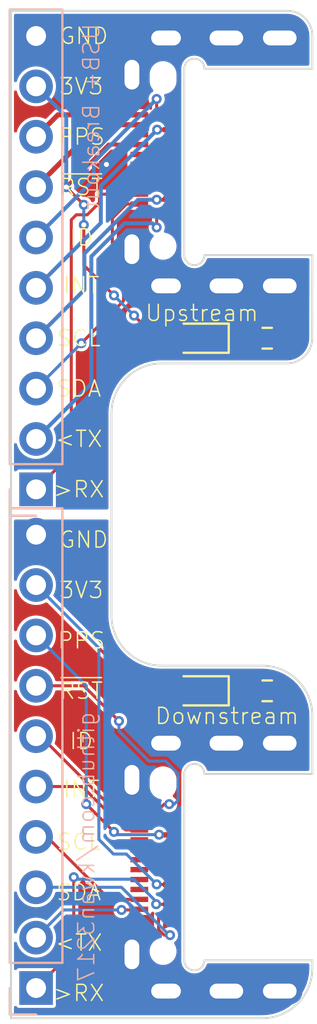
<source format=kicad_pcb>
(kicad_pcb (version 20211014) (generator pcbnew)
  (layers (0 "F.Cu" signal) (31 "B.Cu" signal) (34 "B.Paste" user) (35 "F.Paste" user) (36 "B.SilkS" user "B.Silkscreen") (37 "F.SilkS" user "F.Silkscreen") (38 "B.Mask" user) (39 "F.Mask" user) (44 "Edge.Cuts" user))
  (net 0 "")
  (net 2 "/USB Cable/P_GND")
  (net 5 "/USB Cable/P_INT")
  (net 7 "/USB Cable/P_ID")
  (net 8 "/USB Cable/P_TX_GPS")
  (net 9 "/USB Cable/P_SCL")
  (net 12 "/USB Cable/P_3V3")
  (net 13 "/USB Cable/P_M~{RST}")
  (net 14 "/USB Cable/P_PPS")
  (net 15 "/USB Cable/P_SDA")
  (net 16 "/USB Cable/P_RX_GPS")
  (net 19 "/USB Cable/Q_D-")
  (net 20 "/USB Cable/Q_GND")
  (net 21 "/USB Cable/Q_D+")
  (net 22 "/USB Cable/Q_CC2")
  (net 23 "/USB Cable/Q_M~{RST}")
  (net 24 "/USB Cable/Q_VBUS")
  (net 25 "/USB Cable/Q_PPS")
  (net 26 "/USB Cable/Q_SDA")
  (net 27 "/USB Cable/Q_RX_GPS")
  (net 28 "/USB Cable/Q_3V3")
  (net 30 "/USB Cable/Q_INT")
  (net 31 "/USB Cable/Q_ID")
  (net 32 "/USB Cable/Q_TX_GPS")
  (net 33 "/USB Cable/Q_SCL")
  (net 34 "/USB Cable/Q_CC1")
  (net 35 "Net-(D101-Pad1)")
  (net 36 "Net-(R301-Pad2)")
  (footprint "Resistor_SMD:R_0603_1608Metric" (layer "F.Cu") (at 137.414 92.71 180)
    (fp_text reference "R101" hide)
    (fp_text value "1.5k" hide)
    (fp_line (start -0.237258 -0.5225) (end 0.237258 -0.5225) (layer "F.SilkS") (width 0.12))
    (fp_line (start -0.237258 0.5225) (end 0.237258 0.5225) (layer "F.SilkS") (width 0.12))
    (pad "1" smd roundrect (at -0.825 0 180) (size 0.8 0.95) (layers "F.Cu" "F.Paste" "F.Mask") (net 2 "/USB Cable/P_GND"))
    (pad "2" smd roundrect (at 0.825 0 180) (size 0.8 0.95) (layers "F.Cu" "F.Paste" "F.Mask") (net 35 "Net-(D101-Pad1)"))
  )
  (footprint "KwanSystems:USB_C_Amphenol_MidMount" (layer "F.Cu") (at 139.7 119.38 90)
    (fp_text reference "J202" hide)
    (fp_text value "USB_C_Receptacle" hide)
    (pad "" np_thru_hole circle (at -4.25 -7.55 90) (size 0.85 0.85) (drill 0.85) (layers F&B.Cu *.Mask))
    (pad "" np_thru_hole oval (at 4.25 -7.55 90) (size 1.15 0.85) (drill oval 1.15 0.85) (layers F&B.Cu *.Mask))
    (pad "A1" smd rect (at -2.625 -8.75 90) (size 0.27 0.9) (layers "F.Cu" "F.Paste" "F.Mask") (net 20 "/USB Cable/Q_GND"))
    (pad "A2" smd rect (at -2.125 -8.75 90) (size 0.27 0.9) (layers "F.Cu" "F.Paste" "F.Mask") (net 32 "/USB Cable/Q_TX_GPS"))
    (pad "A3" smd rect (at -1.625 -8.75 90) (size 0.27 0.9) (layers "F.Cu" "F.Paste" "F.Mask") (net 33 "/USB Cable/Q_SCL"))
    (pad "A4" smd rect (at -1.125 -8.75 90) (size 0.27 0.9) (layers "F.Cu" "F.Paste" "F.Mask") (net 24 "/USB Cable/Q_VBUS"))
    (pad "A5" smd rect (at -0.625 -8.75 90) (size 0.27 0.9) (layers "F.Cu" "F.Paste" "F.Mask") (net 34 "/USB Cable/Q_CC1"))
    (pad "A6" smd rect (at -0.125 -8.75 90) (size 0.27 0.9) (layers "F.Cu" "F.Paste" "F.Mask") (net 21 "/USB Cable/Q_D+"))
    (pad "A7" smd rect (at 0.375 -8.75 90) (size 0.27 0.9) (layers "F.Cu" "F.Paste" "F.Mask") (net 19 "/USB Cable/Q_D-"))
    (pad "A8" smd rect (at 0.875 -8.75 90) (size 0.27 0.9) (layers "F.Cu" "F.Paste" "F.Mask"))
    (pad "A9" smd rect (at 1.375 -8.75 90) (size 0.27 0.9) (layers "F.Cu" "F.Paste" "F.Mask") (net 24 "/USB Cable/Q_VBUS"))
    (pad "A10" smd rect (at 1.875 -8.75 90) (size 0.27 0.9) (layers "F.Cu" "F.Paste" "F.Mask") (net 30 "/USB Cable/Q_INT"))
    (pad "A11" smd rect (at 2.375 -8.75 90) (size 0.27 0.9) (layers "F.Cu" "F.Paste" "F.Mask") (net 31 "/USB Cable/Q_ID"))
    (pad "A12" smd rect (at 2.875 -8.75 90) (size 0.27 0.9) (layers "F.Cu" "F.Paste" "F.Mask") (net 20 "/USB Cable/Q_GND"))
    (pad "B1" smd rect (at 2.625 -7.15 90) (size 0.27 0.8) (layers "F.Cu" "F.Paste" "F.Mask") (net 20 "/USB Cable/Q_GND"))
    (pad "B2" smd rect (at 2.125 -7.15 90) (size 0.27 0.8) (layers "F.Cu" "F.Paste" "F.Mask") (net 25 "/USB Cable/Q_PPS"))
    (pad "B3" smd rect (at 1.625 -7.15 90) (size 0.27 0.8) (layers "F.Cu" "F.Paste" "F.Mask") (net 23 "/USB Cable/Q_M~{RST}"))
    (pad "B4" smd rect (at 1.125 -7.15 90) (size 0.27 0.8) (layers "F.Cu" "F.Paste" "F.Mask") (net 24 "/USB Cable/Q_VBUS"))
    (pad "B5" smd rect (at 0.625 -7.15 90) (size 0.27 0.8) (layers "F.Cu" "F.Paste" "F.Mask") (net 22 "/USB Cable/Q_CC2"))
    (pad "B6" smd rect (at 0.125 -7.15 90) (size 0.27 0.8) (layers "F.Cu" "F.Paste" "F.Mask") (net 21 "/USB Cable/Q_D+"))
    (pad "B7" smd rect (at -0.375 -7.15 90) (size 0.27 0.8) (layers "F.Cu" "F.Paste" "F.Mask") (net 19 "/USB Cable/Q_D-"))
    (pad "B8" smd rect (at -0.875 -7.15 90) (size 0.27 0.8) (layers "F.Cu" "F.Paste" "F.Mask") (net 28 "/USB Cable/Q_3V3"))
    (pad "B9" smd rect (at -1.375 -7.15 90) (size 0.27 0.8) (layers "F.Cu" "F.Paste" "F.Mask") (net 24 "/USB Cable/Q_VBUS"))
    (pad "B10" smd rect (at -1.875 -7.15 90) (size 0.27 0.8) (layers "F.Cu" "F.Paste" "F.Mask") (net 27 "/USB Cable/Q_RX_GPS"))
    (pad "B11" smd rect (at -2.375 -7.15 90) (size 0.27 0.8) (layers "F.Cu" "F.Paste" "F.Mask") (net 26 "/USB Cable/Q_SDA"))
    (pad "B12" smd rect (at -2.875 -7.15 90) (size 0.27 0.8) (layers "F.Cu" "F.Paste" "F.Mask") (net 20 "/USB Cable/Q_GND"))
    (pad "S1" thru_hole oval (at -6.25 -7.4 90) (size 1.35 2.1) (drill oval 0.75 1.5) (layers *.Cu *.Mask "F.Paste") (net 20 "/USB Cable/Q_GND"))
    (pad "S1" thru_hole oval (at 6.25 -4.35 90) (size 1.35 2.3) (drill oval 0.75 1.7) (layers *.Cu *.Mask "F.Paste") (net 20 "/USB Cable/Q_GND"))
    (pad "S1" thru_hole oval (at 6.25 -1.65 90) (size 1.35 2.3) (drill oval 0.75 1.7) (layers *.Cu *.Mask "F.Paste") (net 20 "/USB Cable/Q_GND"))
    (pad "S1" thru_hole oval (at -6.25 -4.35 90) (size 1.35 2.3) (drill oval 0.75 1.7) (layers *.Cu *.Mask "F.Paste") (net 20 "/USB Cable/Q_GND"))
    (pad "S1" thru_hole oval (at 4.4 -9.125 90) (size 2.1 1.35) (drill oval 1.5 0.75) (layers *.Cu *.Mask "F.Paste") (net 20 "/USB Cable/Q_GND"))
    (pad "S1" thru_hole oval (at -4.4 -9.125 90) (size 2.1 1.35) (drill oval 1.5 0.75) (layers *.Cu *.Mask "F.Paste") (net 20 "/USB Cable/Q_GND"))
    (pad "S1" thru_hole oval (at -6.25 -1.65 90) (size 1.35 2.3) (drill oval 0.75 1.7) (layers *.Cu *.Mask "F.Paste") (net 20 "/USB Cable/Q_GND"))
    (pad "S1" thru_hole oval (at 6.25 -7.4 90) (size 1.35 2.1) (drill oval 0.75 1.5) (layers *.Cu *.Mask "F.Paste") (net 20 "/USB Cable/Q_GND"))
  )
  (footprint "Resistor_SMD:R_0603_1608Metric" (layer "F.Cu") (at 137.414 110.49 180)
    (fp_text reference "R301" hide)
    (fp_text value "1.5k" hide)
    (fp_line (start -0.237258 -0.5225) (end 0.237258 -0.5225) (layer "F.SilkS") (width 0.12))
    (fp_line (start -0.237258 0.5225) (end 0.237258 0.5225) (layer "F.SilkS") (width 0.12))
    (pad "1" smd roundrect (at -0.825 0 180) (size 0.8 0.95) (layers "F.Cu" "F.Paste" "F.Mask") (net 20 "/USB Cable/Q_GND"))
    (pad "2" smd roundrect (at 0.825 0 180) (size 0.8 0.95) (layers "F.Cu" "F.Paste" "F.Mask") (net 36 "Net-(R301-Pad2)"))
  )
  (footprint "LED_SMD:LED_0603_1608Metric" (layer "F.Cu") (at 133.985 110.49 180)
    (fp_text reference "D301" hide)
    (fp_text value "RED" hide)
    (fp_line (start 0.8 -0.735) (end -1.485 -0.735) (layer "F.SilkS") (width 0.12))
    (fp_line (start -1.485 0.735) (end 0.8 0.735) (layer "F.SilkS") (width 0.12))
    (fp_line (start -1.485 -0.735) (end -1.485 0.735) (layer "F.SilkS") (width 0.12))
    (pad "1" smd roundrect (at -0.7875 0 180) (size 0.875 0.95) (layers "F.Cu" "F.Paste" "F.Mask") (net 36 "Net-(R301-Pad2)"))
    (pad "2" smd roundrect (at 0.7875 0 180) (size 0.875 0.95) (layers "F.Cu" "F.Paste" "F.Mask") (net 28 "/USB Cable/Q_3V3"))
  )
  (footprint "LED_SMD:LED_0603_1608Metric" (layer "F.Cu") (at 133.985 92.71 180)
    (fp_text reference "D101" hide)
    (fp_text value "RED" hide)
    (fp_line (start 0.8 -0.735) (end -1.485 -0.735) (layer "F.SilkS") (width 0.12))
    (fp_line (start -1.485 -0.735) (end -1.485 0.735) (layer "F.SilkS") (width 0.12))
    (fp_line (start -1.485 0.735) (end 0.8 0.735) (layer "F.SilkS") (width 0.12))
    (pad "1" smd roundrect (at -0.7875 0 180) (size 0.875 0.95) (layers "F.Cu" "F.Paste" "F.Mask") (net 35 "Net-(D101-Pad1)"))
    (pad "2" smd roundrect (at 0.7875 0 180) (size 0.875 0.95) (layers "F.Cu" "F.Paste" "F.Mask") (net 12 "/USB Cable/P_3V3"))
  )
  (footprint "KwanSystems:USB_C_Amphenol_MidMount" (layer "F.Cu") (at 139.7 83.82 90)
    (fp_text reference "J201" hide)
    (fp_text value "USB_C_Receptacle" hide)
    (pad "" np_thru_hole circle (at -4.25 -7.55 90) (size 0.85 0.85) (drill 0.85) (layers F&B.Cu *.Mask))
    (pad "" np_thru_hole oval (at 4.25 -7.55 90) (size 1.15 0.85) (drill oval 1.15 0.85) (layers F&B.Cu *.Mask))
    (pad "A1" smd rect (at -2.625 -8.75 90) (size 0.27 0.9) (layers "F.Cu" "F.Paste" "F.Mask") (net 2 "/USB Cable/P_GND"))
    (pad "A2" smd rect (at -2.125 -8.75 90) (size 0.27 0.9) (layers "F.Cu" "F.Paste" "F.Mask") (net 15 "/USB Cable/P_SDA"))
    (pad "A3" smd rect (at -1.625 -8.75 90) (size 0.27 0.9) (layers "F.Cu" "F.Paste" "F.Mask") (net 16 "/USB Cable/P_RX_GPS"))
    (pad "A4" smd rect (at -1.125 -8.75 90) (size 0.27 0.9) (layers "F.Cu" "F.Paste" "F.Mask"))
    (pad "A5" smd rect (at -0.625 -8.75 90) (size 0.27 0.9) (layers "F.Cu" "F.Paste" "F.Mask"))
    (pad "A6" smd rect (at -0.125 -8.75 90) (size 0.27 0.9) (layers "F.Cu" "F.Paste" "F.Mask"))
    (pad "A7" smd rect (at 0.375 -8.75 90) (size 0.27 0.9) (layers "F.Cu" "F.Paste" "F.Mask"))
    (pad "A8" smd rect (at 0.875 -8.75 90) (size 0.27 0.9) (layers "F.Cu" "F.Paste" "F.Mask") (net 12 "/USB Cable/P_3V3"))
    (pad "A9" smd rect (at 1.375 -8.75 90) (size 0.27 0.9) (layers "F.Cu" "F.Paste" "F.Mask"))
    (pad "A10" smd rect (at 1.875 -8.75 90) (size 0.27 0.9) (layers "F.Cu" "F.Paste" "F.Mask") (net 13 "/USB Cable/P_M~{RST}"))
    (pad "A11" smd rect (at 2.375 -8.75 90) (size 0.27 0.9) (layers "F.Cu" "F.Paste" "F.Mask") (net 14 "/USB Cable/P_PPS"))
    (pad "A12" smd rect (at 2.875 -8.75 90) (size 0.27 0.9) (layers "F.Cu" "F.Paste" "F.Mask") (net 2 "/USB Cable/P_GND"))
    (pad "B1" smd rect (at 2.625 -7.15 90) (size 0.27 0.8) (layers "F.Cu" "F.Paste" "F.Mask") (net 2 "/USB Cable/P_GND"))
    (pad "B2" smd rect (at 2.125 -7.15 90) (size 0.27 0.8) (layers "F.Cu" "F.Paste" "F.Mask") (net 7 "/USB Cable/P_ID"))
    (pad "B3" smd rect (at 1.625 -7.15 90) (size 0.27 0.8) (layers "F.Cu" "F.Paste" "F.Mask") (net 5 "/USB Cable/P_INT"))
    (pad "B4" smd rect (at 1.125 -7.15 90) (size 0.27 0.8) (layers "F.Cu" "F.Paste" "F.Mask"))
    (pad "B5" smd rect (at 0.625 -7.15 90) (size 0.27 0.8) (layers "F.Cu" "F.Paste" "F.Mask"))
    (pad "B6" smd rect (at 0.125 -7.15 90) (size 0.27 0.8) (layers "F.Cu" "F.Paste" "F.Mask"))
    (pad "B7" smd rect (at -0.375 -7.15 90) (size 0.27 0.8) (layers "F.Cu" "F.Paste" "F.Mask"))
    (pad "B8" smd rect (at -0.875 -7.15 90) (size 0.27 0.8) (layers "F.Cu" "F.Paste" "F.Mask"))
    (pad "B9" smd rect (at -1.375 -7.15 90) (size 0.27 0.8) (layers "F.Cu" "F.Paste" "F.Mask"))
    (pad "B10" smd rect (at -1.875 -7.15 90) (size 0.27 0.8) (layers "F.Cu" "F.Paste" "F.Mask") (net 9 "/USB Cable/P_SCL"))
    (pad "B11" smd rect (at -2.375 -7.15 90) (size 0.27 0.8) (layers "F.Cu" "F.Paste" "F.Mask") (net 8 "/USB Cable/P_TX_GPS"))
    (pad "B12" smd rect (at -2.875 -7.15 90) (size 0.27 0.8) (layers "F.Cu" "F.Paste" "F.Mask") (net 2 "/USB Cable/P_GND"))
    (pad "S1" thru_hole oval (at -6.25 -7.4 90) (size 1.35 2.1) (drill oval 0.75 1.5) (layers *.Cu *.Mask "F.Paste") (net 2 "/USB Cable/P_GND"))
    (pad "S1" thru_hole oval (at 6.25 -1.65 90) (size 1.35 2.3) (drill oval 0.75 1.7) (layers *.Cu *.Mask "F.Paste") (net 2 "/USB Cable/P_GND"))
    (pad "S1" thru_hole oval (at -6.25 -4.35 90) (size 1.35 2.3) (drill oval 0.75 1.7) (layers *.Cu *.Mask "F.Paste") (net 2 "/USB Cable/P_GND"))
    (pad "S1" thru_hole oval (at -6.25 -1.65 90) (size 1.35 2.3) (drill oval 0.75 1.7) (layers *.Cu *.Mask "F.Paste") (net 2 "/USB Cable/P_GND"))
    (pad "S1" thru_hole oval (at -4.4 -9.125 90) (size 2.1 1.35) (drill oval 1.5 0.75) (layers *.Cu *.Mask "F.Paste") (net 2 "/USB Cable/P_GND"))
    (pad "S1" thru_hole oval (at 6.25 -4.35 90) (size 1.35 2.3) (drill oval 0.75 1.7) (layers *.Cu *.Mask "F.Paste") (net 2 "/USB Cable/P_GND"))
    (pad "S1" thru_hole oval (at 6.25 -7.4 90) (size 1.35 2.1) (drill oval 0.75 1.5) (layers *.Cu *.Mask "F.Paste") (net 2 "/USB Cable/P_GND"))
    (pad "S1" thru_hole oval (at 4.4 -9.125 90) (size 2.1 1.35) (drill oval 1.5 0.75) (layers *.Cu *.Mask "F.Paste") (net 2 "/USB Cable/P_GND"))
  )
  (footprint "Connector_PinHeader_2.54mm:PinHeader_1x10_P2.54mm_Vertical" (layer "B.Cu") (at 125.73 125.476)
    (fp_text reference "J301" hide)
    (fp_text value "Conn_01x10" hide)
    (fp_line (start -1.33 0) (end -1.33 1.33) (layer "B.SilkS") (width 0.12))
    (fp_line (start -1.33 -24.19) (end 1.33 -24.19) (layer "B.SilkS") (width 0.12))
    (fp_line (start 1.33 -1.27) (end 1.33 -24.19) (layer "B.SilkS") (width 0.12))
    (fp_line (start -1.33 -1.27) (end 1.33 -1.27) (layer "B.SilkS") (width 0.12))
    (fp_line (start -1.33 -1.27) (end -1.33 -24.19) (layer "B.SilkS") (width 0.12))
    (fp_line (start -1.33 1.33) (end 0 1.33) (layer "B.SilkS") (width 0.12))
    (pad "1" thru_hole rect (at 0 0) (size 1.7 1.7) (drill 1) (layers *.Cu *.Mask) (net 27 "/USB Cable/Q_RX_GPS"))
    (pad "2" thru_hole oval (at 0 -2.54) (size 1.7 1.7) (drill 1) (layers *.Cu *.Mask) (net 32 "/USB Cable/Q_TX_GPS"))
    (pad "3" thru_hole oval (at 0 -5.08) (size 1.7 1.7) (drill 1) (layers *.Cu *.Mask) (net 26 "/USB Cable/Q_SDA"))
    (pad "4" thru_hole oval (at 0 -7.62) (size 1.7 1.7) (drill 1) (layers *.Cu *.Mask) (net 33 "/USB Cable/Q_SCL"))
    (pad "5" thru_hole oval (at 0 -10.16) (size 1.7 1.7) (drill 1) (layers *.Cu *.Mask) (net 30 "/USB Cable/Q_INT"))
    (pad "6" thru_hole oval (at 0 -12.7) (size 1.7 1.7) (drill 1) (layers *.Cu *.Mask) (net 31 "/USB Cable/Q_ID"))
    (pad "7" thru_hole oval (at 0 -15.24) (size 1.7 1.7) (drill 1) (layers *.Cu *.Mask) (net 25 "/USB Cable/Q_PPS"))
    (pad "8" thru_hole oval (at 0 -17.78) (size 1.7 1.7) (drill 1) (layers *.Cu *.Mask) (net 23 "/USB Cable/Q_M~{RST}"))
    (pad "9" thru_hole oval (at 0 -20.32) (size 1.7 1.7) (drill 1) (layers *.Cu *.Mask) (net 28 "/USB Cable/Q_3V3"))
    (pad "10" thru_hole oval (at 0 -22.86) (size 1.7 1.7) (drill 1) (layers *.Cu *.Mask) (net 20 "/USB Cable/Q_GND"))
  )
  (footprint "Connector_PinHeader_2.54mm:PinHeader_1x10_P2.54mm_Vertical" (layer "B.Cu") (at 125.73 100.33)
    (fp_text reference "J101" hide)
    (fp_text value "Conn_01x10" hide)
    (fp_line (start -1.33 -1.27) (end 1.33 -1.27) (layer "B.SilkS") (width 0.12))
    (fp_line (start -1.33 0) (end -1.33 1.33) (layer "B.SilkS") (width 0.12))
    (fp_line (start -1.33 1.33) (end 0 1.33) (layer "B.SilkS") (width 0.12))
    (fp_line (start -1.33 -1.27) (end -1.33 -24.19) (layer "B.SilkS") (width 0.12))
    (fp_line (start 1.33 -1.27) (end 1.33 -24.19) (layer "B.SilkS") (width 0.12))
    (fp_line (start -1.33 -24.19) (end 1.33 -24.19) (layer "B.SilkS") (width 0.12))
    (pad "1" thru_hole rect (at 0 0) (size 1.7 1.7) (drill 1) (layers *.Cu *.Mask) (net 16 "/USB Cable/P_RX_GPS"))
    (pad "2" thru_hole oval (at 0 -2.54) (size 1.7 1.7) (drill 1) (layers *.Cu *.Mask) (net 8 "/USB Cable/P_TX_GPS"))
    (pad "3" thru_hole oval (at 0 -5.08) (size 1.7 1.7) (drill 1) (layers *.Cu *.Mask) (net 15 "/USB Cable/P_SDA"))
    (pad "4" thru_hole oval (at 0 -7.62) (size 1.7 1.7) (drill 1) (layers *.Cu *.Mask) (net 9 "/USB Cable/P_SCL"))
    (pad "5" thru_hole oval (at 0 -10.16) (size 1.7 1.7) (drill 1) (layers *.Cu *.Mask) (net 5 "/USB Cable/P_INT"))
    (pad "6" thru_hole oval (at 0 -12.7) (size 1.7 1.7) (drill 1) (layers *.Cu *.Mask) (net 7 "/USB Cable/P_ID"))
    (pad "7" thru_hole oval (at 0 -15.24) (size 1.7 1.7) (drill 1) (layers *.Cu *.Mask) (net 13 "/USB Cable/P_M~{RST}"))
    (pad "8" thru_hole oval (at 0 -17.78) (size 1.7 1.7) (drill 1) (layers *.Cu *.Mask) (net 14 "/USB Cable/P_PPS"))
    (pad "9" thru_hole oval (at 0 -20.32) (size 1.7 1.7) (drill 1) (layers *.Cu *.Mask) (net 12 "/USB Cable/P_3V3"))
    (pad "10" thru_hole oval (at 0 -22.86) (size 1.7 1.7) (drill 1) (layers *.Cu *.Mask) (net 2 "/USB Cable/P_GND"))
  )
  (gr_line (start 139.7 111.76) (end 139.7 114.681) (layer "Edge.Cuts") (width 0.1))
  (gr_line (start 139.7 114.681) (end 134.239 114.681) (layer "Edge.Cuts") (width 0.1))
  (gr_line (start 133.223 114.681) (end 133.223 124.079) (layer "Edge.Cuts") (width 0.1))
  (gr_line (start 139.7 88.9) (end 139.690974 92.700974) (layer "Edge.Cuts") (width 0.1))
  (gr_line (start 137.16 109.22) (end 132.08 109.22) (layer "Edge.Cuts") (width 0.1))
  (gr_line (start 124.46 127) (end 124.46 76.2) (layer "Edge.Cuts") (width 0.1))
  (gr_line (start 139.7 79.121) (end 134.239 79.121) (layer "Edge.Cuts") (width 0.1))
  (gr_line (start 137.16 76.2) (end 138.43 76.2) (layer "Edge.Cuts") (width 0.1))
  (gr_arc (start 138.43 76.2) (mid 139.328026 76.571974) (end 139.7 77.47) (layer "Edge.Cuts") (width 0.1))
  (gr_arc (start 137.16 109.22) (mid 138.956051 109.963949) (end 139.7 111.76) (layer "Edge.Cuts") (width 0.1))
  (gr_arc (start 134.239 88.519) (mid 133.731 89.027) (end 133.223 88.519) (layer "Edge.Cuts") (width 0.1))
  (gr_line (start 134.239 88.519) (end 139.7 88.519) (layer "Edge.Cuts") (width 0.1))
  (gr_line (start 139.7 124.079) (end 139.7 124.46) (layer "Edge.Cuts") (width 0.1))
  (gr_line (start 134.239 124.079) (end 139.7 124.079) (layer "Edge.Cuts") (width 0.1))
  (gr_arc (start 139.7 124.46) (mid 138.956051 126.256051) (end 137.16 127) (layer "Edge.Cuts") (width 0.1))
  (gr_arc (start 139.690974 92.700974) (mid 139.322722 93.599021) (end 138.43 93.98) (layer "Edge.Cuts") (width 0.1))
  (gr_arc (start 134.239 124.079) (mid 133.731 124.587) (end 133.223 124.079) (layer "Edge.Cuts") (width 0.1))
  (gr_line (start 139.7 77.47) (end 139.7 78.74) (layer "Edge.Cuts") (width 0.1))
  (gr_line (start 137.16 127) (end 124.46 127) (layer "Edge.Cuts") (width 0.1))
  (gr_arc (start 133.223 114.681) (mid 133.731 114.173) (end 134.239 114.681) (layer "Edge.Cuts") (width 0.1))
  (gr_arc (start 133.223 79.121) (mid 133.731 78.613) (end 134.239 79.121) (layer "Edge.Cuts") (width 0.1))
  (gr_line (start 124.46 76.2) (end 137.16 76.2) (layer "Edge.Cuts") (width 0.1))
  (gr_line (start 129.540065 106.66182) (end 129.54 96.52) (layer "Edge.Cuts") (width 0.1))
  (gr_line (start 138.43 93.98) (end 137.16 93.98) (layer "Edge.Cuts") (width 0.1))
  (gr_arc (start 132.08 109.22) (mid 130.277533 108.469612) (end 129.540065 106.66182) (layer "Edge.Cuts") (width 0.1))
  (gr_arc (start 129.54 96.52) (mid 130.283949 94.723949) (end 132.08 93.98) (layer "Edge.Cuts") (width 0.1))
  (gr_line (start 132.08 93.98) (end 137.16 93.98) (layer "Edge.Cuts") (width 0.1))
  (gr_line (start 139.7 78.74) (end 139.7 79.121) (layer "Edge.Cuts") (width 0.1))
  (gr_line (start 139.7 88.519) (end 139.7 88.9) (layer "Edge.Cuts") (width 0.1))
  (gr_line (start 133.223 79.121) (end 133.223 88.519) (layer "Edge.Cuts") (width 0.1))
  (gr_text "github.com/kwan3217" (at 128.27 118.364 90) (layer "B.SilkS") (effects (font (size 0.8128 0.8128) (thickness 0.0762)) (justify mirror)))
  (gr_text "USB+ Breakout" (at 128.524 81.534 90) (layer "B.SilkS") (effects (font (size 0.8128 0.8128) (thickness 0.0762)) (justify mirror)))
  (gr_text "INT" (at 128.016 90.043) (layer "F.SilkS") (effects (font (size 0.8128 0.8128) (thickness 0.0762))))
  (gr_text "SCL" (at 127.889 92.71) (layer "F.SilkS") (effects (font (size 0.8128 0.8128) (thickness 0.0762))))
  (gr_text "PPS" (at 128.016 82.55) (layer "F.SilkS") (effects (font (size 0.8128 0.8128) (thickness 0.0762))))
  (gr_text "GND" (at 128.143 102.87) (layer "F.SilkS") (effects (font (size 0.8128 0.8128) (thickness 0.0762))))
  (gr_text ">RX" (at 127.889 125.73) (layer "F.SilkS") (effects (font (size 0.8128 0.8128) (thickness 0.0762))))
  (gr_text "SCL" (at 127.889 118.11) (layer "F.SilkS") (effects (font (size 0.8128 0.8128) (thickness 0.0762))))
  (gr_text "GND" (at 128.143 77.47) (layer "F.SilkS") (effects (font (size 0.8128 0.8128) (thickness 0.0762))))
  (gr_text "<TX" (at 127.889 123.19) (layer "F.SilkS") (effects (font (size 0.8128 0.8128) (thickness 0.0762))))
  (gr_text "SDA" (at 127.889 120.65) (layer "F.SilkS") (effects (font (size 0.8128 0.8128) (thickness 0.0762))))
  (gr_text ">RX" (at 127.889 100.33) (layer "F.SilkS") (effects (font (size 0.8128 0.8128) (thickness 0.0762))))
  (gr_text "~{RST}" (at 128.016 85.09) (layer "F.SilkS") (effects (font (size 0.8128 0.8128) (thickness 0.0762))))
  (gr_text "Downstream" (at 135.382 111.76) (layer "F.SilkS") (effects (font (size 0.8128 0.8128) (thickness 0.0762))))
  (gr_text "SDA" (at 127.889 95.25) (layer "F.SilkS") (effects (font (size 0.8128 0.8128) (thickness 0.0762))))
  (gr_text "<TX" (at 127.889 97.79) (layer "F.SilkS") (effects (font (size 0.8128 0.8128) (thickness 0.0762))))
  (gr_text "INT" (at 128.016 115.443) (layer "F.SilkS") (effects (font (size 0.8128 0.8128) (thickness 0.0762))))
  (gr_text "3V3" (at 128.016 105.41) (layer "F.SilkS") (effects (font (size 0.8128 0.8128) (thickness 0.0762))))
  (gr_text "~{RST}" (at 128.016 110.49) (layer "F.SilkS") (effects (font (size 0.8128 0.8128) (thickness 0.0762))))
  (gr_text "Upstream" (at 134.112 91.44) (layer "F.SilkS") (effects (font (size 0.8128 0.8128) (thickness 0.0762))))
  (gr_text "ID" (at 128.016 87.63) (layer "F.SilkS") (effects (font (size 0.8128 0.8128) (thickness 0.0762))))
  (gr_text "ID" (at 128.016 113.03) (layer "F.SilkS") (effects (font (size 0.8128 0.8128) (thickness 0.0762))))
  (gr_text "PPS" (at 128.016 107.95) (layer "F.SilkS") (effects (font (size 0.8128 0.8128) (thickness 0.0762))))
  (gr_text "3V3" (at 128.016 80.01) (layer "F.SilkS") (effects (font (size 0.8128 0.8128) (thickness 0.0762))))
  (via (at 129.286 83.947) (size 0.508) (drill 0.254) (layers "F.Cu" "B.Cu") (net 2))
  (segment (start 131.8514 82.1944) (end 132.5494 82.1944) (width 0.2) (layer "F.Cu") (net 5))
  (segment (start 132.5494 82.1944) (end 132.55 82.195) (width 0.2) (layer "F.Cu") (net 5))
  (via (at 131.8514 82.1944) (size 0.508) (drill 0.254) (layers "F.Cu" "B.Cu") (net 5))
  (segment (start 125.73 90.17) (end 129.00292 86.89708) (width 0.2) (layer "B.Cu") (net 5))
  (segment (start 129.00292 86.89708) (end 129.00292 85.04288) (width 0.2) (layer "B.Cu") (net 5))
  (segment (start 129.00292 85.04288) (end 131.8514 82.1944) (width 0.2) (layer "B.Cu") (net 5))
  (segment (start 131.826 80.645) (end 131.826 81.661) (width 0.1524) (layer "F.Cu") (net 7))
  (segment (start 131.826 81.661) (end 131.86 81.695) (width 0.1524) (layer "F.Cu") (net 7))
  (segment (start 132.55 81.695) (end 131.86 81.695) (width 0.1524) (layer "F.Cu") (net 7))
  (via (at 131.826 80.645) (size 0.508) (drill 0.254) (layers "F.Cu" "B.Cu") (net 7))
  (segment (start 128.651 83.82) (end 128.651 84.709) (width 0.2) (layer "B.Cu") (net 7))
  (segment (start 131.826 80.645) (end 128.651 83.82) (width 0.2) (layer "B.Cu") (net 7))
  (segment (start 128.651 84.709) (end 125.73 87.63) (width 0.2) (layer "B.Cu") (net 7))
  (segment (start 131.826 86.319) (end 131.826 87.122) (width 0.1524) (layer "F.Cu") (net 8))
  (segment (start 132.55 86.195) (end 131.95 86.195) (width 0.1524) (layer "F.Cu") (net 8))
  (segment (start 131.95 86.195) (end 131.826 86.319) (width 0.1524) (layer "F.Cu") (net 8))
  (via (at 131.826 87.122) (size 0.508) (drill 0.254) (layers "F.Cu" "B.Cu") (net 8))
  (segment (start 131.62208 86.91808) (end 130.191058 86.91808) (width 0.2) (layer "B.Cu") (net 8))
  (segment (start 130.191058 86.91808) (end 128.524 88.585138) (width 0.2) (layer "B.Cu") (net 8))
  (segment (start 125.73 97.79) (end 128.524 94.996) (width 0.2) (layer "B.Cu") (net 8))
  (segment (start 131.826 87.122) (end 131.62208 86.91808) (width 0.2) (layer "B.Cu") (net 8))
  (segment (start 128.524 88.585138) (end 128.524 94.996) (width 0.2) (layer "B.Cu") (net 8))
  (segment (start 132.52 85.725) (end 132.55 85.695) (width 0.2) (layer "F.Cu") (net 9))
  (segment (start 131.826 85.725) (end 132.52 85.725) (width 0.2) (layer "F.Cu") (net 9))
  (via (at 131.826 85.725) (size 0.508) (drill 0.254) (layers "F.Cu" "B.Cu") (net 9))
  (segment (start 125.73 92.71) (end 128.17208 90.26792) (width 0.2) (layer "B.Cu") (net 9))
  (segment (start 128.17208 90.26792) (end 128.17208 88.439368) (width 0.2) (layer "B.Cu") (net 9))
  (segment (start 128.17208 88.439368) (end 130.886448 85.725) (width 0.2) (layer "B.Cu") (net 9))
  (segment (start 130.886448 85.725) (end 131.826 85.725) (width 0.2) (layer "B.Cu") (net 9))
  (segment (start 128.143 89.027) (end 129.667 90.551) (width 0.1524) (layer "F.Cu") (net 12))
  (segment (start 129.399 82.945) (end 130.95 82.945) (width 0.2) (layer "F.Cu") (net 12))
  (segment (start 130.683 91.567) (end 131.826 92.71) (width 0.1524) (layer "F.Cu") (net 12))
  (segment (start 127.254 85.09) (end 128.143 85.979) (width 0.1524) (layer "F.Cu") (net 12))
  (segment (start 131.826 92.71) (end 133.1975 92.71) (width 0.1524) (layer "F.Cu") (net 12))
  (segment (start 127.254 85.09) (end 129.399 82.945) (width 0.2) (layer "F.Cu") (net 12))
  (segment (start 128.143 86.995) (end 128.143 89.027) (width 0.1524) (layer "F.Cu") (net 12))
  (via (at 130.683 91.567) (size 0.508) (drill 0.254) (layers "F.Cu" "B.Cu") (net 12))
  (via (at 127.254 85.09) (size 0.508) (drill 0.254) (layers "F.Cu" "B.Cu") (net 12))
  (via (at 129.667 90.551) (size 0.508) (drill 0.254) (layers "F.Cu" "B.Cu") (net 12))
  (via (at 128.143 85.979) (size 0.508) (drill 0.254) (layers "F.Cu" "B.Cu") (net 12))
  (via (at 128.143 86.995) (size 0.508) (drill 0.254) (layers "F.Cu" "B.Cu") (net 12))
  (segment (start 129.667 90.551) (end 130.683 91.567) (width 0.1524) (layer "B.Cu") (net 12))
  (segment (start 128.143 85.979) (end 128.143 86.995) (width 0.1524) (layer "B.Cu") (net 12))
  (segment (start 127.254 85.09) (end 127.254 81.534) (width 0.2) (layer "B.Cu") (net 12))
  (segment (start 127.254 81.534) (end 125.73 80.01) (width 0.2) (layer "B.Cu") (net 12))
  (segment (start 128.875 81.945) (end 130.95 81.945) (width 0.254) (layer "F.Cu") (net 13))
  (segment (start 125.73 85.09) (end 128.875 81.945) (width 0.254) (layer "F.Cu") (net 13))
  (segment (start 125.73 82.55) (end 126.835 81.445) (width 0.254) (layer "F.Cu") (net 14))
  (segment (start 126.835 81.445) (end 130.95 81.445) (width 0.254) (layer "F.Cu") (net 14))
  (segment (start 129.5855 88.9455) (end 129.5855 86.6595) (width 0.1524) (layer "F.Cu") (net 15))
  (segment (start 129.5855 86.6595) (end 130.3 85.945) (width 0.1524) (layer "F.Cu") (net 15))
  (segment (start 130.149111 89.509111) (end 129.5855 88.9455) (width 0.1524) (layer "F.Cu") (net 15))
  (segment (start 128.905 92.075) (end 130.149111 90.830889) (width 0.1524) (layer "F.Cu") (net 15))
  (segment (start 130.149111 90.830889) (end 130.149111 89.509111) (width 0.1524) (layer "F.Cu") (net 15))
  (segment (start 128.016 92.964) (end 128.905 92.075) (width 0.1524) (layer "F.Cu") (net 15))
  (segment (start 130.3 85.945) (end 130.95 85.945) (width 0.1524) (layer "F.Cu") (net 15))
  (via (at 128.016 92.964) (size 0.508) (drill 0.254) (layers "F.Cu" "B.Cu") (net 15))
  (segment (start 125.73 95.25) (end 128.016 92.964) (width 0.1524) (layer "B.Cu") (net 15))
  (segment (start 127.508 98.552) (end 127.508 87.503) (width 0.1524) (layer "F.Cu") (net 16))
  (segment (start 128.931 85.445) (end 128.931 85.872809) (width 0.1524) (layer "F.Cu") (net 16))
  (segment (start 127.762 86.487) (end 127.508 86.741) (width 0.1524) (layer "F.Cu") (net 16))
  (segment (start 129.566 85.445) (end 130.95 85.445) (width 0.1524) (layer "F.Cu") (net 16))
  (segment (start 129.566 85.445) (end 128.931 85.445) (width 0.1524) (layer "F.Cu") (net 16))
  (segment (start 128.931 85.872809) (end 128.316809 86.487) (width 0.1524) (layer "F.Cu") (net 16))
  (segment (start 128.316809 86.487) (end 127.762 86.487) (width 0.1524) (layer "F.Cu") (net 16))
  (segment (start 127.508 86.741) (end 127.508 87.503) (width 0.1524) (layer "F.Cu") (net 16))
  (segment (start 125.73 100.33) (end 127.508 98.552) (width 0.1524) (layer "F.Cu") (net 16))
  (segment (start 129.667 117.602) (end 128.27 116.205) (width 0.1524) (layer "F.Cu") (net 23))
  (segment (start 131.961054 117.755) (end 131.948285 117.742231) (width 0.1524) (layer "F.Cu") (net 23))
  (segment (start 132.55 117.755) (end 131.961054 117.755) (width 0.1524) (layer "F.Cu") (net 23))
  (via (at 131.948285 117.742231) (size 0.508) (drill 0.254) (layers "F.Cu" "B.Cu") (net 23))
  (via (at 129.667 117.602) (size 0.508) (drill 0.254) (layers "F.Cu" "B.Cu") (net 23))
  (via (at 128.27 116.205) (size 0.508) (drill 0.254) (layers "F.Cu" "B.Cu") (net 23))
  (segment (start 131.948285 117.742231) (end 129.807231 117.742231) (width 0.1524) (layer "B.Cu") (net 23))
  (segment (start 128.27 116.205) (end 128.27 110.236) (width 0.1524) (layer "B.Cu") (net 23))
  (segment (start 129.807231 117.742231) (end 129.667 117.602) (width 0.1524) (layer "B.Cu") (net 23))
  (segment (start 128.27 110.236) (end 125.73 107.696) (width 0.1524) (layer "B.Cu") (net 23))
  (segment (start 128.143 110.236) (end 129.921 112.014) (width 0.1524) (layer "F.Cu") (net 25))
  (segment (start 132.461 116.205) (end 132.207 116.205) (width 0.1524) (layer "F.Cu") (net 25))
  (segment (start 125.73 110.236) (end 128.143 110.236) (width 0.1524) (layer "F.Cu") (net 25))
  (segment (start 131.921889 117.179289) (end 131.921889 116.490111) (width 0.1524) (layer "F.Cu") (net 25))
  (segment (start 131.921889 116.490111) (end 132.207 116.205) (width 0.1524) (layer "F.Cu") (net 25))
  (segment (start 131.9976 117.255) (end 131.921889 117.179289) (width 0.1524) (layer "F.Cu") (net 25))
  (segment (start 132.55 117.255) (end 131.9976 117.255) (width 0.1524) (layer "F.Cu") (net 25))
  (via (at 129.921 112.014) (size 0.508) (drill 0.254) (layers "F.Cu" "B.Cu") (net 25))
  (via (at 132.461 116.205) (size 0.508) (drill 0.254) (layers "F.Cu" "B.Cu") (net 25))
  (segment (start 132.90472 116.01528) (end 132.90472 114.667385) (width 0.1524) (layer "B.Cu") (net 25))
  (segment (start 132.270455 114.03312) (end 131.43212 114.03312) (width 0.1524) (layer "B.Cu") (net 25))
  (segment (start 131.43212 114.03312) (end 130.175 112.776) (width 0.1524) (layer "B.Cu") (net 25))
  (segment (start 129.921 112.014) (end 129.921 112.522) (width 0.1524) (layer "B.Cu") (net 25))
  (segment (start 129.921 112.522) (end 130.175 112.776) (width 0.1524) (layer "B.Cu") (net 25))
  (segment (start 132.715 116.205) (end 132.461 116.205) (width 0.1524) (layer "B.Cu") (net 25))
  (segment (start 132.715 116.205) (end 132.90472 116.01528) (width 0.1524) (layer "B.Cu") (net 25))
  (segment (start 132.90472 114.667385) (end 132.270455 114.03312) (width 0.1524) (layer "B.Cu") (net 25))
  (segment (start 131.921889 122.523889) (end 132.207 122.809) (width 0.1524) (layer "F.Cu") (net 26))
  (segment (start 131.9976 121.755) (end 131.921889 121.830711) (width 0.1524) (layer "F.Cu") (net 26))
  (segment (start 131.921889 121.830711) (end 131.921889 122.523889) (width 0.1524) (layer "F.Cu") (net 26))
  (segment (start 132.55 121.755) (end 131.9976 121.755) (width 0.1524) (layer "F.Cu") (net 26))
  (segment (start 132.461 122.809) (end 132.207 122.809) (width 0.1524) (layer "F.Cu") (net 26))
  (via (at 132.5 122.809) (size 0.508) (drill 0.254) (layers "F.Cu" "B.Cu") (net 26))
  (segment (start 132.461 122.809) (end 130.048 120.396) (width 0.1524) (layer "B.Cu") (net 26))
  (segment (start 129.667 120.396) (end 125.73 120.396) (width 0.1524) (layer "B.Cu") (net 26))
  (segment (start 130.048 120.396) (end 129.667 120.396) (width 0.1524) (layer "B.Cu") (net 26))
  (segment (start 127.635 123.571) (end 125.73 125.476) (width 0.1524) (layer "F.Cu") (net 27))
  (segment (start 131.960922 121.255) (end 131.947976 121.267946) (width 0.1524) (layer "F.Cu") (net 27))
  (segment (start 127.635 119.888) (end 127.635 123.571) (width 0.1524) (layer "F.Cu") (net 27))
  (segment (start 132.55 121.255) (end 131.960922 121.255) (width 0.1524) (layer "F.Cu") (net 27))
  (via (at 127.635 119.888) (size 0.508) (drill 0.254) (layers "F.Cu" "B.Cu") (net 27))
  (via (at 131.8 121.25) (size 0.508) (drill 0.254) (layers "F.Cu" "B.Cu") (net 27))
  (segment (start 130.669141 119.989111) (end 127.736111 119.989111) (width 0.1524) (layer "B.Cu") (net 27))
  (segment (start 127.736111 119.989111) (end 127.635 119.888) (width 0.1524) (layer "B.Cu") (net 27))
  (segment (start 131.947976 121.267946) (end 130.669141 119.989111) (width 0.1524) (layer "B.Cu") (net 27))
  (segment (start 125.73 105.156) (end 131.064 110.49) (width 0.1524) (layer "F.Cu") (net 28))
  (segment (start 131.825 120.375) (end 131.945 120.255) (width 0.1524) (layer "F.Cu") (net 28))
  (segment (start 131.064 110.49) (end 133.1975 110.49) (width 0.1524) (layer "F.Cu") (net 28))
  (segment (start 131.945 120.255) (end 132.55 120.255) (width 0.1524) (layer "F.Cu") (net 28))
  (via (at 131.825 120.25) (size 0.508) (drill 0.254) (layers "F.Cu" "B.Cu") (net 28))
  (segment (start 128.905 108.331) (end 125.73 105.156) (width 0.1524) (layer "B.Cu") (net 28))
  (segment (start 131.825 120.375) (end 131.842374 120.375) (width 0.1524) (layer "B.Cu") (net 28))
  (segment (start 128.905 117.983) (end 128.905 108.331) (width 0.1524) (layer "B.Cu") (net 28))
  (segment (start 129.641111 118.719111) (end 128.905 117.983) (width 0.1524) (layer "B.Cu") (net 28))
  (segment (start 130.294111 118.719111) (end 129.641111 118.719111) (width 0.1524) (layer "B.Cu") (net 28))
  (segment (start 131.825 120.25) (end 130.294111 118.719111) (width 0.1524) (layer "B.Cu") (net 28))
  (segment (start 125.73 115.316) (end 128.062809 115.316) (width 0.1524) (layer "F.Cu") (net 30))
  (segment (start 130.251809 117.505) (end 130.95 117.505) (width 0.1524) (layer "F.Cu") (net 30))
  (segment (start 128.062809 115.316) (end 130.251809 117.505) (width 0.1524) (layer "F.Cu") (net 30))
  (segment (start 125.953182 112.776) (end 130.182182 117.005) (width 0.1524) (layer "F.Cu") (net 31))
  (segment (start 130.182182 117.005) (end 130.95 117.005) (width 0.1524) (layer "F.Cu") (net 31))
  (segment (start 125.73 112.776) (end 125.953182 112.776) (width 0.1524) (layer "F.Cu") (net 31))
  (segment (start 130.048 121.539) (end 130.916 121.539) (width 0.1524) (layer "F.Cu") (net 32))
  (segment (start 130.916 121.539) (end 130.95 121.505) (width 0.1524) (layer "F.Cu") (net 32))
  (via (at 130.048 121.539) (size 0.508) (drill 0.254) (layers "F.Cu" "B.Cu") (net 32))
  (segment (start 125.73 122.936) (end 127.127 121.539) (width 0.1524) (layer "B.Cu") (net 32))
  (segment (start 127.127 121.539) (end 130.048 121.539) (width 0.1524) (layer "B.Cu") (net 32))
  (segment (start 126.284809 117.856) (end 125.73 117.856) (width 0.1524) (layer "F.Cu") (net 33))
  (segment (start 130.95 121.005) (end 129.433809 121.005) (width 0.1524) (layer "F.Cu") (net 33))
  (segment (start 129.433809 121.005) (end 126.284809 117.856) (width 0.1524) (layer "F.Cu") (net 33))
  (segment (start 134.7725 92.71) (end 136.589 92.71) (width 0.1524) (layer "F.Cu") (net 35))
  (segment (start 134.7725 110.49) (end 136.589 110.49) (width 0.1524) (layer "F.Cu") (net 36))
  (zone (net 20) (net_name "/USB Cable/Q_GND") (layers F&B.Cu) (connect_pads yes (clearance 0.1524)) (min_thickness 0.1524) (fill yes (thermal_gap 0.508) (thermal_bridge_width 0.508))
    (polygon (pts (xy 129.54 106.68) (xy 132.08 109.22) (xy 139.7 109.22) (xy 139.7 127) (xy 124.46 127) (xy 124.46 101.854) (xy 129.54 101.854)))
  )
  (zone (net 2) (net_name "/USB Cable/P_GND") (layers F&B.Cu) (connect_pads yes (clearance 0.1524)) (min_thickness 0.1524) (fill yes (thermal_gap 0.508) (thermal_bridge_width 0.508))
    (polygon (pts (xy 139.7 93.98) (xy 132.08 93.98) (xy 129.54 96.52) (xy 129.54 101.346) (xy 124.46 101.346) (xy 124.46 76.2) (xy 139.7 76.2)))
  )
)
</source>
